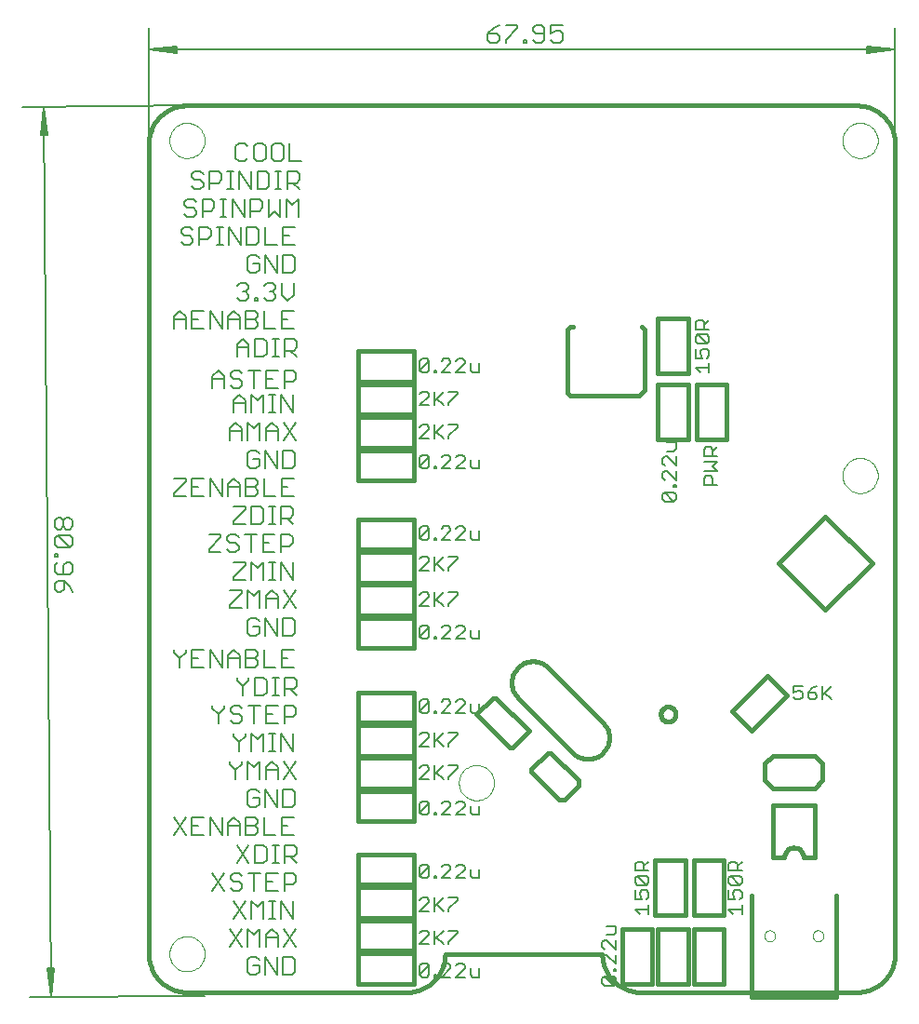
<source format=gto>
G75*
G70*
%OFA0B0*%
%FSLAX24Y24*%
%IPPOS*%
%LPD*%
%AMOC8*
5,1,8,0,0,1.08239X$1,22.5*
%
%ADD10C,0.0160*%
%ADD11C,0.0060*%
%ADD12C,0.0051*%
%ADD13C,0.0000*%
%ADD14C,0.0070*%
D10*
X004642Y002930D02*
X004642Y031925D01*
X004642Y031930D02*
X004644Y032002D01*
X004650Y032074D01*
X004659Y032145D01*
X004672Y032216D01*
X004689Y032286D01*
X004709Y032355D01*
X004733Y032423D01*
X004761Y032489D01*
X004792Y032554D01*
X004826Y032618D01*
X004864Y032679D01*
X004905Y032738D01*
X004948Y032795D01*
X004995Y032850D01*
X005045Y032902D01*
X005097Y032952D01*
X005152Y032999D01*
X005209Y033042D01*
X005268Y033083D01*
X005330Y033121D01*
X005393Y033155D01*
X005458Y033186D01*
X005524Y033214D01*
X005592Y033238D01*
X005661Y033258D01*
X005731Y033275D01*
X005802Y033288D01*
X005873Y033297D01*
X005945Y033303D01*
X006017Y033305D01*
X005892Y033305D02*
X030012Y033305D01*
X030017Y033305D02*
X030089Y033303D01*
X030161Y033297D01*
X030232Y033288D01*
X030303Y033275D01*
X030373Y033258D01*
X030442Y033238D01*
X030510Y033214D01*
X030576Y033186D01*
X030641Y033155D01*
X030705Y033121D01*
X030766Y033083D01*
X030825Y033042D01*
X030882Y032999D01*
X030937Y032952D01*
X030989Y032902D01*
X031039Y032850D01*
X031086Y032795D01*
X031129Y032738D01*
X031170Y032679D01*
X031208Y032618D01*
X031242Y032554D01*
X031273Y032489D01*
X031301Y032423D01*
X031325Y032355D01*
X031345Y032286D01*
X031362Y032216D01*
X031375Y032145D01*
X031384Y032074D01*
X031390Y032002D01*
X031392Y031930D01*
X031392Y002805D01*
X031392Y002930D02*
X031390Y002858D01*
X031384Y002786D01*
X031375Y002715D01*
X031362Y002644D01*
X031345Y002574D01*
X031325Y002505D01*
X031301Y002437D01*
X031273Y002371D01*
X031242Y002306D01*
X031208Y002243D01*
X031170Y002181D01*
X031129Y002122D01*
X031086Y002065D01*
X031039Y002010D01*
X030989Y001958D01*
X030937Y001908D01*
X030882Y001861D01*
X030825Y001818D01*
X030766Y001777D01*
X030705Y001739D01*
X030641Y001705D01*
X030576Y001674D01*
X030510Y001646D01*
X030442Y001622D01*
X030373Y001602D01*
X030303Y001585D01*
X030232Y001572D01*
X030161Y001563D01*
X030089Y001557D01*
X030017Y001555D01*
X022267Y001555D01*
X022696Y001862D02*
X021613Y001862D01*
X021613Y003831D01*
X022696Y003831D01*
X022696Y001862D01*
X022893Y001862D02*
X022893Y003831D01*
X023975Y003831D01*
X023975Y001862D01*
X022893Y001862D01*
X022267Y001555D02*
X022195Y001557D01*
X022123Y001563D01*
X022052Y001572D01*
X021981Y001585D01*
X021911Y001602D01*
X021842Y001622D01*
X021774Y001646D01*
X021708Y001674D01*
X021643Y001705D01*
X021580Y001739D01*
X021518Y001777D01*
X021459Y001818D01*
X021402Y001861D01*
X021347Y001908D01*
X021295Y001958D01*
X021245Y002010D01*
X021198Y002065D01*
X021155Y002122D01*
X021114Y002181D01*
X021076Y002243D01*
X021042Y002306D01*
X021011Y002371D01*
X020983Y002437D01*
X020959Y002505D01*
X020939Y002574D01*
X020922Y002644D01*
X020909Y002715D01*
X020900Y002786D01*
X020894Y002858D01*
X020892Y002930D01*
X015267Y002930D01*
X014133Y002945D02*
X014133Y001862D01*
X012164Y001862D01*
X012164Y002945D01*
X014133Y002945D01*
X014133Y003043D02*
X012164Y003043D01*
X012164Y004126D01*
X014133Y004126D01*
X014133Y003043D01*
X015267Y002930D02*
X015265Y002858D01*
X015259Y002786D01*
X015250Y002715D01*
X015237Y002644D01*
X015220Y002574D01*
X015200Y002505D01*
X015176Y002437D01*
X015148Y002371D01*
X015117Y002306D01*
X015083Y002243D01*
X015045Y002181D01*
X015004Y002122D01*
X014961Y002065D01*
X014914Y002010D01*
X014864Y001958D01*
X014812Y001908D01*
X014757Y001861D01*
X014700Y001818D01*
X014641Y001777D01*
X014580Y001739D01*
X014516Y001705D01*
X014451Y001674D01*
X014385Y001646D01*
X014317Y001622D01*
X014248Y001602D01*
X014178Y001585D01*
X014107Y001572D01*
X014036Y001563D01*
X013964Y001557D01*
X013892Y001555D01*
X006017Y001555D01*
X005945Y001557D01*
X005873Y001563D01*
X005802Y001572D01*
X005731Y001585D01*
X005661Y001602D01*
X005592Y001622D01*
X005524Y001646D01*
X005458Y001674D01*
X005393Y001705D01*
X005329Y001739D01*
X005268Y001777D01*
X005209Y001818D01*
X005152Y001861D01*
X005097Y001908D01*
X005045Y001958D01*
X004995Y002010D01*
X004948Y002065D01*
X004905Y002122D01*
X004864Y002181D01*
X004826Y002243D01*
X004792Y002306D01*
X004761Y002371D01*
X004733Y002437D01*
X004709Y002505D01*
X004689Y002574D01*
X004672Y002644D01*
X004659Y002715D01*
X004650Y002786D01*
X004644Y002858D01*
X004642Y002930D01*
X012164Y004225D02*
X014133Y004225D01*
X014133Y005307D01*
X012164Y005307D01*
X012164Y004225D01*
X012164Y005406D02*
X014133Y005406D01*
X014133Y006488D01*
X012164Y006488D01*
X012164Y005406D01*
X012164Y007669D02*
X014133Y007669D01*
X014133Y008752D01*
X012164Y008752D01*
X012164Y007669D01*
X012164Y008851D02*
X014133Y008851D01*
X014133Y009933D01*
X012164Y009933D01*
X012164Y008851D01*
X012164Y010032D02*
X014133Y010032D01*
X014133Y011114D01*
X012164Y011114D01*
X012164Y010032D01*
X012164Y011213D02*
X014133Y011213D01*
X014133Y012295D01*
X012164Y012295D01*
X012164Y011213D01*
X012164Y013870D02*
X014133Y013870D01*
X014133Y014953D01*
X012164Y014953D01*
X012164Y013870D01*
X012164Y015051D02*
X014133Y015051D01*
X014133Y016134D01*
X012164Y016134D01*
X012164Y015051D01*
X012164Y016232D02*
X014133Y016232D01*
X014133Y017315D01*
X012164Y017315D01*
X012164Y016232D01*
X012164Y017414D02*
X014133Y017414D01*
X014133Y018496D01*
X012164Y018496D01*
X012164Y017414D01*
X012164Y019874D02*
X014133Y019874D01*
X014133Y020957D01*
X012164Y020957D01*
X012164Y019874D01*
X012164Y021055D02*
X014133Y021055D01*
X014133Y022138D01*
X012164Y022138D01*
X012164Y021055D01*
X012164Y022236D02*
X014133Y022236D01*
X014133Y023319D01*
X012164Y023319D01*
X012164Y022236D01*
X012164Y023417D02*
X014133Y023417D01*
X014133Y024500D01*
X012164Y024500D01*
X012164Y023417D01*
X019645Y023024D02*
X019743Y022925D01*
X022204Y022925D01*
X022400Y023122D01*
X022400Y025288D01*
X022302Y025386D01*
X022893Y025681D02*
X022893Y023713D01*
X023975Y023713D01*
X023975Y025681D01*
X022893Y025681D01*
X022893Y023319D02*
X022893Y021351D01*
X023975Y021351D01*
X023975Y023319D01*
X022893Y023319D01*
X024271Y023319D02*
X024271Y021351D01*
X025353Y021351D01*
X025353Y023319D01*
X024271Y023319D01*
X019841Y025386D02*
X019743Y025386D01*
X019645Y025288D01*
X019645Y023024D01*
X027223Y016921D02*
X028897Y018595D01*
X030570Y016921D01*
X028897Y015248D01*
X027223Y016921D01*
X026830Y012886D02*
X027519Y012197D01*
X026239Y010917D01*
X025550Y011606D01*
X026830Y012886D01*
X027026Y010032D02*
X026731Y009736D01*
X026731Y009146D01*
X027026Y008851D01*
X028503Y008851D01*
X028798Y009146D01*
X028798Y009736D01*
X028503Y010032D01*
X027026Y010032D01*
X027026Y008260D02*
X028503Y008260D01*
X028503Y006390D01*
X028109Y006390D01*
X028107Y006426D01*
X028101Y006462D01*
X028092Y006496D01*
X028079Y006530D01*
X028063Y006562D01*
X028043Y006592D01*
X028021Y006620D01*
X027995Y006646D01*
X027967Y006668D01*
X027937Y006688D01*
X027905Y006704D01*
X027871Y006717D01*
X027837Y006726D01*
X027801Y006732D01*
X027765Y006734D01*
X027729Y006732D01*
X027693Y006726D01*
X027659Y006717D01*
X027625Y006704D01*
X027593Y006688D01*
X027563Y006668D01*
X027535Y006646D01*
X027509Y006620D01*
X027487Y006592D01*
X027467Y006562D01*
X027451Y006530D01*
X027438Y006496D01*
X027429Y006462D01*
X027423Y006426D01*
X027421Y006390D01*
X027420Y006390D02*
X027026Y006390D01*
X027026Y008260D01*
X025255Y006291D02*
X025255Y004323D01*
X024172Y004323D01*
X024172Y006291D01*
X025255Y006291D01*
X023877Y006291D02*
X023877Y004323D01*
X022794Y004323D01*
X022794Y006291D01*
X023877Y006291D01*
X026239Y005012D02*
X026239Y001370D01*
X029290Y001370D01*
X029290Y005012D01*
X025255Y003831D02*
X025255Y001862D01*
X024172Y001862D01*
X024172Y003831D01*
X025255Y003831D01*
X020038Y008949D02*
X020038Y009146D01*
X019054Y010130D01*
X018956Y010130D02*
X018365Y009539D01*
X018365Y009441D01*
X019349Y008457D01*
X019546Y008457D01*
X020038Y008949D01*
X019841Y010130D02*
X017873Y012099D01*
X017872Y012098D02*
X017835Y012138D01*
X017801Y012181D01*
X017770Y012226D01*
X017742Y012273D01*
X017717Y012322D01*
X017696Y012372D01*
X017679Y012424D01*
X017666Y012477D01*
X017656Y012531D01*
X017650Y012585D01*
X017648Y012640D01*
X017650Y012695D01*
X017656Y012749D01*
X017666Y012803D01*
X017679Y012856D01*
X017696Y012908D01*
X017717Y012958D01*
X017742Y013007D01*
X017770Y013054D01*
X017801Y013099D01*
X017835Y013142D01*
X017872Y013182D01*
X017912Y013219D01*
X017955Y013253D01*
X018000Y013284D01*
X018047Y013312D01*
X018096Y013337D01*
X018146Y013358D01*
X018198Y013375D01*
X018251Y013388D01*
X018305Y013398D01*
X018359Y013404D01*
X018414Y013406D01*
X018469Y013404D01*
X018523Y013398D01*
X018577Y013388D01*
X018630Y013375D01*
X018682Y013358D01*
X018732Y013337D01*
X018781Y013312D01*
X018828Y013284D01*
X018873Y013253D01*
X018916Y013219D01*
X018956Y013182D01*
X018956Y013181D02*
X020924Y011213D01*
X020925Y011213D02*
X020962Y011173D01*
X020996Y011130D01*
X021027Y011085D01*
X021055Y011038D01*
X021080Y010989D01*
X021101Y010939D01*
X021118Y010887D01*
X021131Y010834D01*
X021141Y010780D01*
X021147Y010726D01*
X021149Y010671D01*
X021147Y010616D01*
X021141Y010562D01*
X021131Y010508D01*
X021118Y010455D01*
X021101Y010403D01*
X021080Y010353D01*
X021055Y010304D01*
X021027Y010257D01*
X020996Y010212D01*
X020962Y010169D01*
X020925Y010129D01*
X020885Y010092D01*
X020842Y010058D01*
X020797Y010027D01*
X020750Y009999D01*
X020701Y009974D01*
X020651Y009953D01*
X020599Y009936D01*
X020546Y009923D01*
X020492Y009913D01*
X020438Y009907D01*
X020383Y009905D01*
X020328Y009907D01*
X020274Y009913D01*
X020220Y009923D01*
X020167Y009936D01*
X020115Y009953D01*
X020065Y009974D01*
X020016Y009999D01*
X019969Y010027D01*
X019924Y010058D01*
X019881Y010092D01*
X019841Y010129D01*
X018267Y010917D02*
X017086Y012099D01*
X016987Y012099D01*
X016397Y011508D01*
X017578Y010327D01*
X017676Y010327D01*
X018267Y010917D01*
X022992Y011510D02*
X022994Y011542D01*
X023000Y011574D01*
X023009Y011605D01*
X023023Y011635D01*
X023039Y011662D01*
X023059Y011688D01*
X023082Y011711D01*
X023108Y011731D01*
X023135Y011747D01*
X023165Y011761D01*
X023196Y011770D01*
X023228Y011776D01*
X023260Y011778D01*
X023292Y011776D01*
X023324Y011770D01*
X023355Y011761D01*
X023385Y011747D01*
X023412Y011731D01*
X023438Y011711D01*
X023461Y011688D01*
X023481Y011662D01*
X023497Y011635D01*
X023511Y011605D01*
X023520Y011574D01*
X023526Y011542D01*
X023528Y011510D01*
X023526Y011478D01*
X023520Y011446D01*
X023511Y011415D01*
X023497Y011385D01*
X023481Y011358D01*
X023461Y011332D01*
X023438Y011309D01*
X023412Y011289D01*
X023385Y011273D01*
X023355Y011259D01*
X023324Y011250D01*
X023292Y011244D01*
X023260Y011242D01*
X023228Y011244D01*
X023196Y011250D01*
X023165Y011259D01*
X023135Y011273D01*
X023108Y011289D01*
X023082Y011309D01*
X023059Y011332D01*
X023039Y011358D01*
X023023Y011385D01*
X023009Y011415D01*
X023000Y011446D01*
X022994Y011478D01*
X022992Y011510D01*
D11*
X009930Y011508D02*
X009823Y011401D01*
X009503Y011401D01*
X009503Y011188D02*
X009503Y011828D01*
X009823Y011828D01*
X009930Y011722D01*
X009930Y011508D01*
X009946Y012188D02*
X009732Y012401D01*
X009839Y012401D02*
X009519Y012401D01*
X009519Y012188D02*
X009519Y012828D01*
X009839Y012828D01*
X009946Y012722D01*
X009946Y012508D01*
X009839Y012401D01*
X009302Y012188D02*
X009089Y012188D01*
X009196Y012188D02*
X009196Y012828D01*
X009302Y012828D02*
X009089Y012828D01*
X008871Y012722D02*
X008765Y012828D01*
X008444Y012828D01*
X008444Y012188D01*
X008765Y012188D01*
X008871Y012295D01*
X008871Y012722D01*
X008772Y013188D02*
X009199Y013188D01*
X009417Y013188D02*
X009417Y013828D01*
X009844Y013828D01*
X009631Y013508D02*
X009417Y013508D01*
X009417Y013188D02*
X009844Y013188D01*
X008772Y013188D02*
X008772Y013828D01*
X008555Y013722D02*
X008555Y013615D01*
X008448Y013508D01*
X008128Y013508D01*
X007910Y013508D02*
X007483Y013508D01*
X007483Y013615D02*
X007483Y013188D01*
X007266Y013188D02*
X007266Y013828D01*
X007483Y013615D02*
X007697Y013828D01*
X007910Y013615D01*
X007910Y013188D01*
X008128Y013188D02*
X008128Y013828D01*
X008448Y013828D01*
X008555Y013722D01*
X008448Y013508D02*
X008555Y013401D01*
X008555Y013295D01*
X008448Y013188D01*
X008128Y013188D01*
X008227Y012828D02*
X008227Y012722D01*
X008013Y012508D01*
X008013Y012188D01*
X008013Y012508D02*
X007800Y012722D01*
X007800Y012828D01*
X007266Y013188D02*
X006839Y013828D01*
X006839Y013188D01*
X006621Y013188D02*
X006194Y013188D01*
X006194Y013828D01*
X006621Y013828D01*
X006408Y013508D02*
X006194Y013508D01*
X005977Y013722D02*
X005977Y013828D01*
X005977Y013722D02*
X005763Y013508D01*
X005763Y013188D01*
X005763Y013508D02*
X005550Y013722D01*
X005550Y013828D01*
X006925Y011828D02*
X006925Y011722D01*
X007138Y011508D01*
X007138Y011188D01*
X007138Y011508D02*
X007352Y011722D01*
X007352Y011828D01*
X007569Y011722D02*
X007569Y011615D01*
X007676Y011508D01*
X007890Y011508D01*
X007996Y011401D01*
X007996Y011295D01*
X007890Y011188D01*
X007676Y011188D01*
X007569Y011295D01*
X007675Y010828D02*
X007675Y010722D01*
X007888Y010508D01*
X007888Y010188D01*
X007888Y010508D02*
X008102Y010722D01*
X008102Y010828D01*
X008319Y010828D02*
X008533Y010615D01*
X008746Y010828D01*
X008746Y010188D01*
X008964Y010188D02*
X009177Y010188D01*
X009071Y010188D02*
X009071Y010828D01*
X009177Y010828D02*
X008964Y010828D01*
X008858Y011188D02*
X009285Y011188D01*
X009394Y010828D02*
X009821Y010188D01*
X009821Y010828D01*
X009394Y010828D02*
X009394Y010188D01*
X009483Y009828D02*
X009910Y009188D01*
X009784Y008828D02*
X009464Y008828D01*
X009464Y008188D01*
X009784Y008188D01*
X009891Y008295D01*
X009891Y008722D01*
X009784Y008828D01*
X009483Y009188D02*
X009910Y009828D01*
X009266Y009615D02*
X009266Y009188D01*
X009266Y009508D02*
X008839Y009508D01*
X008839Y009615D02*
X009052Y009828D01*
X009266Y009615D01*
X008839Y009615D02*
X008839Y009188D01*
X008621Y009188D02*
X008621Y009828D01*
X008408Y009615D01*
X008194Y009828D01*
X008194Y009188D01*
X008281Y008828D02*
X008175Y008722D01*
X008175Y008295D01*
X008281Y008188D01*
X008495Y008188D01*
X008602Y008295D01*
X008602Y008508D01*
X008388Y008508D01*
X008602Y008722D02*
X008495Y008828D01*
X008281Y008828D01*
X007763Y009188D02*
X007763Y009508D01*
X007977Y009722D01*
X007977Y009828D01*
X007763Y009508D02*
X007550Y009722D01*
X007550Y009828D01*
X008319Y010188D02*
X008319Y010828D01*
X008427Y011188D02*
X008427Y011828D01*
X008214Y011828D02*
X008641Y011828D01*
X008858Y011828D02*
X008858Y011188D01*
X008858Y011508D02*
X009072Y011508D01*
X009285Y011828D02*
X008858Y011828D01*
X007996Y011722D02*
X007890Y011828D01*
X007676Y011828D01*
X007569Y011722D01*
X008281Y014313D02*
X008495Y014313D01*
X008602Y014420D01*
X008602Y014633D01*
X008388Y014633D01*
X008175Y014420D02*
X008281Y014313D01*
X008175Y014420D02*
X008175Y014847D01*
X008281Y014953D01*
X008495Y014953D01*
X008602Y014847D01*
X008819Y014953D02*
X008819Y014313D01*
X009246Y014313D02*
X008819Y014953D01*
X008839Y015313D02*
X008839Y015740D01*
X009052Y015953D01*
X009266Y015740D01*
X009266Y015313D01*
X009483Y015313D02*
X009910Y015953D01*
X009821Y016313D02*
X009821Y016953D01*
X009394Y016953D02*
X009821Y016313D01*
X009394Y016313D02*
X009394Y016953D01*
X009177Y016953D02*
X008964Y016953D01*
X009071Y016953D02*
X009071Y016313D01*
X009177Y016313D02*
X008964Y016313D01*
X008746Y016313D02*
X008746Y016953D01*
X008533Y016740D01*
X008319Y016953D01*
X008319Y016313D01*
X008102Y016313D02*
X007675Y016313D01*
X007675Y016420D01*
X008102Y016847D01*
X008102Y016953D01*
X007675Y016953D01*
X007765Y017313D02*
X007551Y017313D01*
X007444Y017420D01*
X007551Y017633D02*
X007765Y017633D01*
X007871Y017526D01*
X007871Y017420D01*
X007765Y017313D01*
X007551Y017633D02*
X007444Y017740D01*
X007444Y017847D01*
X007551Y017953D01*
X007765Y017953D01*
X007871Y017847D01*
X008089Y017953D02*
X008516Y017953D01*
X008302Y017953D02*
X008302Y017313D01*
X008733Y017313D02*
X009160Y017313D01*
X009378Y017313D02*
X009378Y017953D01*
X009698Y017953D01*
X009805Y017847D01*
X009805Y017633D01*
X009698Y017526D01*
X009378Y017526D01*
X008947Y017633D02*
X008733Y017633D01*
X008733Y017953D02*
X008733Y017313D01*
X008733Y017953D02*
X009160Y017953D01*
X009177Y018313D02*
X008964Y018313D01*
X009071Y018313D02*
X009071Y018953D01*
X009177Y018953D02*
X008964Y018953D01*
X008746Y018847D02*
X008640Y018953D01*
X008319Y018953D01*
X008319Y018313D01*
X008640Y018313D01*
X008746Y018420D01*
X008746Y018847D01*
X008772Y019313D02*
X009199Y019313D01*
X009417Y019313D02*
X009844Y019313D01*
X009714Y018953D02*
X009394Y018953D01*
X009394Y018313D01*
X009394Y018526D02*
X009714Y018526D01*
X009821Y018633D01*
X009821Y018847D01*
X009714Y018953D01*
X009607Y018526D02*
X009821Y018313D01*
X009417Y019313D02*
X009417Y019953D01*
X009844Y019953D01*
X009784Y020313D02*
X009464Y020313D01*
X009464Y020953D01*
X009784Y020953D01*
X009891Y020847D01*
X009891Y020420D01*
X009784Y020313D01*
X009246Y020313D02*
X009246Y020953D01*
X009266Y021313D02*
X009266Y021740D01*
X009052Y021953D01*
X008839Y021740D01*
X008839Y021313D01*
X008621Y021313D02*
X008621Y021953D01*
X008408Y021740D01*
X008194Y021953D01*
X008194Y021313D01*
X007977Y021313D02*
X007977Y021740D01*
X007763Y021953D01*
X007550Y021740D01*
X007550Y021313D01*
X007550Y021633D02*
X007977Y021633D01*
X008102Y022313D02*
X008102Y022740D01*
X007888Y022953D01*
X007675Y022740D01*
X007675Y022313D01*
X007675Y022633D02*
X008102Y022633D01*
X008319Y022313D02*
X008319Y022953D01*
X008533Y022740D01*
X008746Y022953D01*
X008746Y022313D01*
X008964Y022313D02*
X009177Y022313D01*
X009071Y022313D02*
X009071Y022953D01*
X009177Y022953D02*
X008964Y022953D01*
X008858Y023188D02*
X009285Y023188D01*
X009503Y023188D02*
X009503Y023828D01*
X009823Y023828D01*
X009930Y023722D01*
X009930Y023508D01*
X009823Y023401D01*
X009503Y023401D01*
X009072Y023508D02*
X008858Y023508D01*
X008858Y023828D02*
X008858Y023188D01*
X008427Y023188D02*
X008427Y023828D01*
X008214Y023828D02*
X008641Y023828D01*
X008858Y023828D02*
X009285Y023828D01*
X009302Y024313D02*
X009089Y024313D01*
X009196Y024313D02*
X009196Y024953D01*
X009302Y024953D02*
X009089Y024953D01*
X008871Y024847D02*
X008765Y024953D01*
X008444Y024953D01*
X008444Y024313D01*
X008765Y024313D01*
X008871Y024420D01*
X008871Y024847D01*
X008772Y025313D02*
X009199Y025313D01*
X009417Y025313D02*
X009417Y025953D01*
X009844Y025953D01*
X009631Y025633D02*
X009417Y025633D01*
X009417Y025313D02*
X009844Y025313D01*
X009839Y024953D02*
X009519Y024953D01*
X009519Y024313D01*
X009519Y024526D02*
X009839Y024526D01*
X009946Y024633D01*
X009946Y024847D01*
X009839Y024953D01*
X009732Y024526D02*
X009946Y024313D01*
X008772Y025313D02*
X008772Y025953D01*
X008555Y025847D02*
X008555Y025740D01*
X008448Y025633D01*
X008128Y025633D01*
X007910Y025633D02*
X007483Y025633D01*
X007483Y025740D02*
X007697Y025953D01*
X007910Y025740D01*
X007910Y025313D01*
X008128Y025313D02*
X008128Y025953D01*
X008448Y025953D01*
X008555Y025847D01*
X008448Y025633D02*
X008555Y025526D01*
X008555Y025420D01*
X008448Y025313D01*
X008128Y025313D01*
X008013Y024953D02*
X008227Y024740D01*
X008227Y024313D01*
X008227Y024633D02*
X007800Y024633D01*
X007800Y024740D02*
X008013Y024953D01*
X007800Y024740D02*
X007800Y024313D01*
X007890Y023828D02*
X007676Y023828D01*
X007569Y023722D01*
X007569Y023615D01*
X007676Y023508D01*
X007890Y023508D01*
X007996Y023401D01*
X007996Y023295D01*
X007890Y023188D01*
X007676Y023188D01*
X007569Y023295D01*
X007352Y023188D02*
X007352Y023615D01*
X007138Y023828D01*
X006925Y023615D01*
X006925Y023188D01*
X006925Y023508D02*
X007352Y023508D01*
X007890Y023828D02*
X007996Y023722D01*
X009394Y022953D02*
X009394Y022313D01*
X009483Y021953D02*
X009910Y021313D01*
X009483Y021313D02*
X009910Y021953D01*
X009821Y022313D02*
X009821Y022953D01*
X009394Y022953D02*
X009821Y022313D01*
X009266Y021633D02*
X008839Y021633D01*
X008819Y020953D02*
X009246Y020313D01*
X008819Y020313D02*
X008819Y020953D01*
X008602Y020847D02*
X008495Y020953D01*
X008281Y020953D01*
X008175Y020847D01*
X008175Y020420D01*
X008281Y020313D01*
X008495Y020313D01*
X008602Y020420D01*
X008602Y020633D01*
X008388Y020633D01*
X008448Y019953D02*
X008128Y019953D01*
X008128Y019313D01*
X008448Y019313D01*
X008555Y019420D01*
X008555Y019526D01*
X008448Y019633D01*
X008128Y019633D01*
X007910Y019633D02*
X007483Y019633D01*
X007483Y019740D02*
X007697Y019953D01*
X007910Y019740D01*
X007910Y019313D01*
X008102Y018953D02*
X007675Y018953D01*
X007483Y019313D02*
X007483Y019740D01*
X007266Y019953D02*
X007266Y019313D01*
X006839Y019953D01*
X006839Y019313D01*
X006621Y019313D02*
X006194Y019313D01*
X006194Y019953D01*
X006621Y019953D01*
X006408Y019633D02*
X006194Y019633D01*
X005977Y019847D02*
X005550Y019420D01*
X005550Y019313D01*
X005977Y019313D01*
X005977Y019847D02*
X005977Y019953D01*
X005550Y019953D01*
X006800Y017953D02*
X007227Y017953D01*
X007227Y017847D01*
X006800Y017420D01*
X006800Y017313D01*
X007227Y017313D01*
X007675Y018313D02*
X008102Y018313D01*
X007675Y018313D02*
X007675Y018420D01*
X008102Y018847D01*
X008102Y018953D01*
X008772Y019313D02*
X008772Y019953D01*
X008555Y019847D02*
X008555Y019740D01*
X008448Y019633D01*
X008555Y019847D02*
X008448Y019953D01*
X009417Y019633D02*
X009631Y019633D01*
X009483Y015953D02*
X009910Y015313D01*
X009784Y014953D02*
X009464Y014953D01*
X009464Y014313D01*
X009784Y014313D01*
X009891Y014420D01*
X009891Y014847D01*
X009784Y014953D01*
X009246Y014953D02*
X009246Y014313D01*
X008621Y015313D02*
X008621Y015953D01*
X008408Y015740D01*
X008194Y015953D01*
X008194Y015313D01*
X007977Y015313D02*
X007550Y015313D01*
X007550Y015420D01*
X007977Y015847D01*
X007977Y015953D01*
X007550Y015953D01*
X008839Y015633D02*
X009266Y015633D01*
X009246Y008828D02*
X009246Y008188D01*
X008819Y008828D01*
X008819Y008188D01*
X008772Y007828D02*
X008772Y007188D01*
X009199Y007188D01*
X009417Y007188D02*
X009844Y007188D01*
X009839Y006828D02*
X009519Y006828D01*
X009519Y006188D01*
X009519Y006401D02*
X009839Y006401D01*
X009946Y006508D01*
X009946Y006722D01*
X009839Y006828D01*
X009732Y006401D02*
X009946Y006188D01*
X009823Y005828D02*
X009503Y005828D01*
X009503Y005188D01*
X009503Y005401D02*
X009823Y005401D01*
X009930Y005508D01*
X009930Y005722D01*
X009823Y005828D01*
X009285Y005828D02*
X008858Y005828D01*
X008858Y005188D01*
X009285Y005188D01*
X009177Y004828D02*
X008964Y004828D01*
X009071Y004828D02*
X009071Y004188D01*
X009177Y004188D02*
X008964Y004188D01*
X008746Y004188D02*
X008746Y004828D01*
X008533Y004615D01*
X008319Y004828D01*
X008319Y004188D01*
X008102Y004188D02*
X007675Y004828D01*
X007676Y005188D02*
X007569Y005295D01*
X007676Y005188D02*
X007890Y005188D01*
X007996Y005295D01*
X007996Y005401D01*
X007890Y005508D01*
X007676Y005508D01*
X007569Y005615D01*
X007569Y005722D01*
X007676Y005828D01*
X007890Y005828D01*
X007996Y005722D01*
X008214Y005828D02*
X008641Y005828D01*
X008427Y005828D02*
X008427Y005188D01*
X008102Y004828D02*
X007675Y004188D01*
X007550Y003828D02*
X007977Y003188D01*
X008194Y003188D02*
X008194Y003828D01*
X008408Y003615D01*
X008621Y003828D01*
X008621Y003188D01*
X008839Y003188D02*
X008839Y003615D01*
X009052Y003828D01*
X009266Y003615D01*
X009266Y003188D01*
X009483Y003188D02*
X009910Y003828D01*
X009821Y004188D02*
X009821Y004828D01*
X009394Y004828D02*
X009821Y004188D01*
X009394Y004188D02*
X009394Y004828D01*
X009072Y005508D02*
X008858Y005508D01*
X008765Y006188D02*
X008444Y006188D01*
X008444Y006828D01*
X008765Y006828D01*
X008871Y006722D01*
X008871Y006295D01*
X008765Y006188D01*
X009089Y006188D02*
X009302Y006188D01*
X009196Y006188D02*
X009196Y006828D01*
X009302Y006828D02*
X009089Y006828D01*
X009417Y007188D02*
X009417Y007828D01*
X009844Y007828D01*
X009631Y007508D02*
X009417Y007508D01*
X008555Y007401D02*
X008555Y007295D01*
X008448Y007188D01*
X008128Y007188D01*
X008128Y007828D01*
X008448Y007828D01*
X008555Y007722D01*
X008555Y007615D01*
X008448Y007508D01*
X008128Y007508D01*
X007910Y007508D02*
X007483Y007508D01*
X007483Y007615D02*
X007697Y007828D01*
X007910Y007615D01*
X007910Y007188D01*
X007800Y006828D02*
X008227Y006188D01*
X007800Y006188D02*
X008227Y006828D01*
X008555Y007401D02*
X008448Y007508D01*
X007483Y007615D02*
X007483Y007188D01*
X007266Y007188D02*
X007266Y007828D01*
X006839Y007828D02*
X006839Y007188D01*
X006621Y007188D02*
X006194Y007188D01*
X006194Y007828D01*
X006621Y007828D01*
X006839Y007828D02*
X007266Y007188D01*
X006408Y007508D02*
X006194Y007508D01*
X005977Y007188D02*
X005550Y007828D01*
X005977Y007828D02*
X005550Y007188D01*
X006925Y005828D02*
X007352Y005188D01*
X006925Y005188D02*
X007352Y005828D01*
X007977Y003828D02*
X007550Y003188D01*
X008175Y002722D02*
X008175Y002295D01*
X008281Y002188D01*
X008495Y002188D01*
X008602Y002295D01*
X008602Y002508D01*
X008388Y002508D01*
X008175Y002722D02*
X008281Y002828D01*
X008495Y002828D01*
X008602Y002722D01*
X008819Y002828D02*
X009246Y002188D01*
X009246Y002828D01*
X009464Y002828D02*
X009784Y002828D01*
X009891Y002722D01*
X009891Y002295D01*
X009784Y002188D01*
X009464Y002188D01*
X009464Y002828D01*
X009910Y003188D02*
X009483Y003828D01*
X009266Y003508D02*
X008839Y003508D01*
X008819Y002828D02*
X008819Y002188D01*
X001924Y015874D02*
X001816Y016087D01*
X001601Y016299D01*
X001603Y015979D01*
X001497Y015871D01*
X001390Y015870D01*
X001283Y015976D01*
X001281Y016190D01*
X001387Y016297D01*
X001601Y016299D01*
X001599Y016516D02*
X001597Y016837D01*
X001703Y016944D01*
X001810Y016945D01*
X001917Y016839D01*
X001919Y016625D01*
X001813Y016518D01*
X001386Y016515D01*
X001278Y016621D01*
X001277Y016835D01*
X001383Y016942D01*
X001381Y017158D02*
X001381Y017264D01*
X001274Y017264D01*
X001275Y017157D01*
X001381Y017158D01*
X001379Y017482D02*
X001272Y017588D01*
X001270Y017801D01*
X001376Y017909D01*
X001806Y017485D01*
X001379Y017482D01*
X001376Y017909D02*
X001803Y017912D01*
X001911Y017806D01*
X001912Y017592D01*
X001806Y017485D01*
X001802Y018129D02*
X001695Y018129D01*
X001587Y018235D01*
X001586Y018448D01*
X001692Y018556D01*
X001799Y018556D01*
X001906Y018450D01*
X001908Y018237D01*
X001802Y018129D01*
X001587Y018235D02*
X001481Y018127D01*
X001375Y018126D01*
X001267Y018232D01*
X001266Y018446D01*
X001372Y018553D01*
X001478Y018554D01*
X001586Y018448D01*
X005550Y025313D02*
X005550Y025740D01*
X005763Y025953D01*
X005977Y025740D01*
X005977Y025313D01*
X006194Y025313D02*
X006621Y025313D01*
X006839Y025313D02*
X006839Y025953D01*
X007266Y025313D01*
X007266Y025953D01*
X007483Y025740D02*
X007483Y025313D01*
X006621Y025953D02*
X006194Y025953D01*
X006194Y025313D01*
X006194Y025633D02*
X006408Y025633D01*
X005977Y025633D02*
X005550Y025633D01*
X007800Y026420D02*
X007906Y026313D01*
X008120Y026313D01*
X008227Y026420D01*
X008227Y026526D01*
X008120Y026633D01*
X008013Y026633D01*
X008120Y026633D02*
X008227Y026740D01*
X008227Y026847D01*
X008120Y026953D01*
X007906Y026953D01*
X007800Y026847D01*
X008281Y027313D02*
X008495Y027313D01*
X008602Y027420D01*
X008602Y027633D01*
X008388Y027633D01*
X008175Y027420D02*
X008281Y027313D01*
X008175Y027420D02*
X008175Y027847D01*
X008281Y027953D01*
X008495Y027953D01*
X008602Y027847D01*
X008819Y027953D02*
X009246Y027313D01*
X009246Y027953D01*
X009464Y027953D02*
X009784Y027953D01*
X009891Y027847D01*
X009891Y027420D01*
X009784Y027313D01*
X009464Y027313D01*
X009464Y027953D01*
X009452Y028313D02*
X009879Y028313D01*
X009666Y028633D02*
X009452Y028633D01*
X009452Y028953D02*
X009452Y028313D01*
X009235Y028313D02*
X008808Y028313D01*
X008808Y028953D01*
X008590Y028847D02*
X008483Y028953D01*
X008163Y028953D01*
X008163Y028313D01*
X008483Y028313D01*
X008590Y028420D01*
X008590Y028847D01*
X008288Y029313D02*
X008288Y029953D01*
X008608Y029953D01*
X008715Y029847D01*
X008715Y029633D01*
X008608Y029526D01*
X008288Y029526D01*
X008071Y029313D02*
X008071Y029953D01*
X007894Y030313D02*
X007894Y030953D01*
X008321Y030313D01*
X008321Y030953D01*
X008538Y030953D02*
X008858Y030953D01*
X008965Y030847D01*
X008965Y030420D01*
X008858Y030313D01*
X008538Y030313D01*
X008538Y030953D01*
X008515Y031313D02*
X008728Y031313D01*
X008835Y031420D01*
X008835Y031847D01*
X008728Y031953D01*
X008515Y031953D01*
X008408Y031847D01*
X008408Y031420D01*
X008515Y031313D01*
X008191Y031420D02*
X008084Y031313D01*
X007870Y031313D01*
X007764Y031420D01*
X007764Y031847D01*
X007870Y031953D01*
X008084Y031953D01*
X008191Y031847D01*
X009053Y031847D02*
X009053Y031420D01*
X009159Y031313D01*
X009373Y031313D01*
X009480Y031420D01*
X009480Y031847D01*
X009373Y031953D01*
X009159Y031953D01*
X009053Y031847D01*
X009697Y031953D02*
X009697Y031313D01*
X010124Y031313D01*
X009933Y030953D02*
X010039Y030847D01*
X010039Y030633D01*
X009933Y030526D01*
X009612Y030526D01*
X009612Y030313D02*
X009612Y030953D01*
X009933Y030953D01*
X009826Y030526D02*
X010039Y030313D01*
X010004Y029953D02*
X010004Y029313D01*
X009879Y028953D02*
X009452Y028953D01*
X009360Y029313D02*
X009146Y029526D01*
X008933Y029313D01*
X008933Y029953D01*
X009183Y030313D02*
X009396Y030313D01*
X009289Y030313D02*
X009289Y030953D01*
X009183Y030953D02*
X009396Y030953D01*
X009360Y029953D02*
X009360Y029313D01*
X009577Y029313D02*
X009577Y029953D01*
X009791Y029740D01*
X010004Y029953D01*
X008071Y029313D02*
X007644Y029953D01*
X007644Y029313D01*
X007427Y029313D02*
X007214Y029313D01*
X007321Y029313D02*
X007321Y029953D01*
X007427Y029953D02*
X007214Y029953D01*
X006996Y029847D02*
X006996Y029633D01*
X006890Y029526D01*
X006569Y029526D01*
X006569Y029313D02*
X006569Y029953D01*
X006890Y029953D01*
X006996Y029847D01*
X006819Y030313D02*
X006819Y030953D01*
X007140Y030953D01*
X007246Y030847D01*
X007246Y030633D01*
X007140Y030526D01*
X006819Y030526D01*
X006602Y030526D02*
X006602Y030420D01*
X006495Y030313D01*
X006281Y030313D01*
X006175Y030420D01*
X006281Y030633D02*
X006175Y030740D01*
X006175Y030847D01*
X006281Y030953D01*
X006495Y030953D01*
X006602Y030847D01*
X006495Y030633D02*
X006602Y030526D01*
X006495Y030633D02*
X006281Y030633D01*
X006245Y029953D02*
X006031Y029953D01*
X005925Y029847D01*
X005925Y029740D01*
X006031Y029633D01*
X006245Y029633D01*
X006352Y029526D01*
X006352Y029420D01*
X006245Y029313D01*
X006031Y029313D01*
X005925Y029420D01*
X005906Y028953D02*
X005800Y028847D01*
X005800Y028740D01*
X005906Y028633D01*
X006120Y028633D01*
X006227Y028526D01*
X006227Y028420D01*
X006120Y028313D01*
X005906Y028313D01*
X005800Y028420D01*
X005906Y028953D02*
X006120Y028953D01*
X006227Y028847D01*
X006444Y028953D02*
X006444Y028313D01*
X006444Y028526D02*
X006765Y028526D01*
X006871Y028633D01*
X006871Y028847D01*
X006765Y028953D01*
X006444Y028953D01*
X007089Y028953D02*
X007302Y028953D01*
X007196Y028953D02*
X007196Y028313D01*
X007302Y028313D02*
X007089Y028313D01*
X007519Y028313D02*
X007519Y028953D01*
X007946Y028313D01*
X007946Y028953D01*
X008819Y027953D02*
X008819Y027313D01*
X008873Y026953D02*
X009087Y026953D01*
X009194Y026847D01*
X009194Y026740D01*
X009087Y026633D01*
X009194Y026526D01*
X009194Y026420D01*
X009087Y026313D01*
X008873Y026313D01*
X008767Y026420D01*
X008551Y026420D02*
X008551Y026313D01*
X008444Y026313D01*
X008444Y026420D01*
X008551Y026420D01*
X008767Y026847D02*
X008873Y026953D01*
X008980Y026633D02*
X009087Y026633D01*
X009411Y026526D02*
X009625Y026313D01*
X009838Y026526D01*
X009838Y026953D01*
X009411Y026953D02*
X009411Y026526D01*
X006352Y029847D02*
X006245Y029953D01*
X007464Y030313D02*
X007677Y030313D01*
X007571Y030313D02*
X007571Y030953D01*
X007677Y030953D02*
X007464Y030953D01*
X016790Y035665D02*
X016897Y035559D01*
X017110Y035559D01*
X017217Y035665D01*
X017217Y035772D01*
X017110Y035879D01*
X016790Y035879D01*
X016790Y035665D01*
X016790Y035879D02*
X017004Y036092D01*
X017217Y036199D01*
X017435Y036199D02*
X017862Y036199D01*
X017862Y036092D01*
X017435Y035665D01*
X017435Y035559D01*
X018079Y035559D02*
X018186Y035559D01*
X018186Y035665D01*
X018079Y035665D01*
X018079Y035559D01*
X018401Y035665D02*
X018508Y035559D01*
X018722Y035559D01*
X018828Y035665D01*
X018828Y036092D01*
X018722Y036199D01*
X018508Y036199D01*
X018401Y036092D01*
X018401Y035986D01*
X018508Y035879D01*
X018828Y035879D01*
X019046Y035879D02*
X019046Y036199D01*
X019473Y036199D01*
X019366Y035986D02*
X019259Y035986D01*
X019046Y035879D01*
X019046Y035665D02*
X019153Y035559D01*
X019366Y035559D01*
X019473Y035665D01*
X019473Y035879D01*
X019366Y035986D01*
D12*
X006642Y001430D02*
X000376Y001381D01*
X001143Y001387D02*
X001033Y002410D01*
X001010Y002409D02*
X001143Y001387D01*
X001238Y002411D01*
X001261Y002411D02*
X001010Y002409D01*
X001084Y002410D02*
X001143Y001387D01*
X001186Y002411D01*
X001261Y002411D02*
X001143Y001387D01*
X000893Y033262D01*
X000799Y032237D01*
X000776Y032237D02*
X000893Y033262D01*
X001004Y032239D01*
X001027Y032239D02*
X000776Y032237D01*
X000850Y032238D02*
X000893Y033262D01*
X000952Y032239D01*
X001027Y032239D02*
X000893Y033262D01*
X000126Y033256D02*
X006392Y033305D01*
X005665Y035175D02*
X004641Y035300D01*
X005665Y035198D01*
X005665Y035175D02*
X005665Y035426D01*
X004641Y035300D01*
X005665Y035403D01*
X005665Y035352D02*
X004641Y035300D01*
X005665Y035249D01*
X004641Y035300D02*
X031391Y035305D01*
X030368Y035203D01*
X030368Y035179D02*
X031391Y035305D01*
X030368Y035407D01*
X030368Y035431D02*
X030368Y035179D01*
X030368Y035254D02*
X031391Y035305D01*
X030368Y035356D01*
X030368Y035431D02*
X031391Y035305D01*
X031391Y036073D02*
X031392Y031930D01*
X004642Y031925D02*
X004641Y036068D01*
D13*
X005387Y032055D02*
X005389Y032105D01*
X005395Y032155D01*
X005405Y032204D01*
X005419Y032252D01*
X005436Y032299D01*
X005457Y032344D01*
X005482Y032388D01*
X005510Y032429D01*
X005542Y032468D01*
X005576Y032505D01*
X005613Y032539D01*
X005653Y032569D01*
X005695Y032596D01*
X005739Y032620D01*
X005785Y032641D01*
X005832Y032657D01*
X005880Y032670D01*
X005930Y032679D01*
X005979Y032684D01*
X006030Y032685D01*
X006080Y032682D01*
X006129Y032675D01*
X006178Y032664D01*
X006226Y032649D01*
X006272Y032631D01*
X006317Y032609D01*
X006360Y032583D01*
X006401Y032554D01*
X006440Y032522D01*
X006476Y032487D01*
X006508Y032449D01*
X006538Y032409D01*
X006565Y032366D01*
X006588Y032322D01*
X006607Y032276D01*
X006623Y032228D01*
X006635Y032179D01*
X006643Y032130D01*
X006647Y032080D01*
X006647Y032030D01*
X006643Y031980D01*
X006635Y031931D01*
X006623Y031882D01*
X006607Y031834D01*
X006588Y031788D01*
X006565Y031744D01*
X006538Y031701D01*
X006508Y031661D01*
X006476Y031623D01*
X006440Y031588D01*
X006401Y031556D01*
X006360Y031527D01*
X006317Y031501D01*
X006272Y031479D01*
X006226Y031461D01*
X006178Y031446D01*
X006129Y031435D01*
X006080Y031428D01*
X006030Y031425D01*
X005979Y031426D01*
X005930Y031431D01*
X005880Y031440D01*
X005832Y031453D01*
X005785Y031469D01*
X005739Y031490D01*
X005695Y031514D01*
X005653Y031541D01*
X005613Y031571D01*
X005576Y031605D01*
X005542Y031642D01*
X005510Y031681D01*
X005482Y031722D01*
X005457Y031766D01*
X005436Y031811D01*
X005419Y031858D01*
X005405Y031906D01*
X005395Y031955D01*
X005389Y032005D01*
X005387Y032055D01*
X015762Y009055D02*
X015764Y009105D01*
X015770Y009155D01*
X015780Y009204D01*
X015794Y009252D01*
X015811Y009299D01*
X015832Y009344D01*
X015857Y009388D01*
X015885Y009429D01*
X015917Y009468D01*
X015951Y009505D01*
X015988Y009539D01*
X016028Y009569D01*
X016070Y009596D01*
X016114Y009620D01*
X016160Y009641D01*
X016207Y009657D01*
X016255Y009670D01*
X016305Y009679D01*
X016354Y009684D01*
X016405Y009685D01*
X016455Y009682D01*
X016504Y009675D01*
X016553Y009664D01*
X016601Y009649D01*
X016647Y009631D01*
X016692Y009609D01*
X016735Y009583D01*
X016776Y009554D01*
X016815Y009522D01*
X016851Y009487D01*
X016883Y009449D01*
X016913Y009409D01*
X016940Y009366D01*
X016963Y009322D01*
X016982Y009276D01*
X016998Y009228D01*
X017010Y009179D01*
X017018Y009130D01*
X017022Y009080D01*
X017022Y009030D01*
X017018Y008980D01*
X017010Y008931D01*
X016998Y008882D01*
X016982Y008834D01*
X016963Y008788D01*
X016940Y008744D01*
X016913Y008701D01*
X016883Y008661D01*
X016851Y008623D01*
X016815Y008588D01*
X016776Y008556D01*
X016735Y008527D01*
X016692Y008501D01*
X016647Y008479D01*
X016601Y008461D01*
X016553Y008446D01*
X016504Y008435D01*
X016455Y008428D01*
X016405Y008425D01*
X016354Y008426D01*
X016305Y008431D01*
X016255Y008440D01*
X016207Y008453D01*
X016160Y008469D01*
X016114Y008490D01*
X016070Y008514D01*
X016028Y008541D01*
X015988Y008571D01*
X015951Y008605D01*
X015917Y008642D01*
X015885Y008681D01*
X015857Y008722D01*
X015832Y008766D01*
X015811Y008811D01*
X015794Y008858D01*
X015780Y008906D01*
X015770Y008955D01*
X015764Y009005D01*
X015762Y009055D01*
X005387Y002930D02*
X005389Y002980D01*
X005395Y003030D01*
X005405Y003079D01*
X005419Y003127D01*
X005436Y003174D01*
X005457Y003219D01*
X005482Y003263D01*
X005510Y003304D01*
X005542Y003343D01*
X005576Y003380D01*
X005613Y003414D01*
X005653Y003444D01*
X005695Y003471D01*
X005739Y003495D01*
X005785Y003516D01*
X005832Y003532D01*
X005880Y003545D01*
X005930Y003554D01*
X005979Y003559D01*
X006030Y003560D01*
X006080Y003557D01*
X006129Y003550D01*
X006178Y003539D01*
X006226Y003524D01*
X006272Y003506D01*
X006317Y003484D01*
X006360Y003458D01*
X006401Y003429D01*
X006440Y003397D01*
X006476Y003362D01*
X006508Y003324D01*
X006538Y003284D01*
X006565Y003241D01*
X006588Y003197D01*
X006607Y003151D01*
X006623Y003103D01*
X006635Y003054D01*
X006643Y003005D01*
X006647Y002955D01*
X006647Y002905D01*
X006643Y002855D01*
X006635Y002806D01*
X006623Y002757D01*
X006607Y002709D01*
X006588Y002663D01*
X006565Y002619D01*
X006538Y002576D01*
X006508Y002536D01*
X006476Y002498D01*
X006440Y002463D01*
X006401Y002431D01*
X006360Y002402D01*
X006317Y002376D01*
X006272Y002354D01*
X006226Y002336D01*
X006178Y002321D01*
X006129Y002310D01*
X006080Y002303D01*
X006030Y002300D01*
X005979Y002301D01*
X005930Y002306D01*
X005880Y002315D01*
X005832Y002328D01*
X005785Y002344D01*
X005739Y002365D01*
X005695Y002389D01*
X005653Y002416D01*
X005613Y002446D01*
X005576Y002480D01*
X005542Y002517D01*
X005510Y002556D01*
X005482Y002597D01*
X005457Y002641D01*
X005436Y002686D01*
X005419Y002733D01*
X005405Y002781D01*
X005395Y002830D01*
X005389Y002880D01*
X005387Y002930D01*
X026704Y003574D02*
X026706Y003601D01*
X026712Y003628D01*
X026721Y003654D01*
X026734Y003678D01*
X026750Y003701D01*
X026769Y003720D01*
X026791Y003737D01*
X026815Y003751D01*
X026840Y003761D01*
X026867Y003768D01*
X026894Y003771D01*
X026922Y003770D01*
X026949Y003765D01*
X026975Y003757D01*
X026999Y003745D01*
X027022Y003729D01*
X027043Y003711D01*
X027060Y003690D01*
X027075Y003666D01*
X027086Y003641D01*
X027094Y003615D01*
X027098Y003588D01*
X027098Y003560D01*
X027094Y003533D01*
X027086Y003507D01*
X027075Y003482D01*
X027060Y003458D01*
X027043Y003437D01*
X027022Y003419D01*
X027000Y003403D01*
X026975Y003391D01*
X026949Y003383D01*
X026922Y003378D01*
X026894Y003377D01*
X026867Y003380D01*
X026840Y003387D01*
X026815Y003397D01*
X026791Y003411D01*
X026769Y003428D01*
X026750Y003447D01*
X026734Y003470D01*
X026721Y003494D01*
X026712Y003520D01*
X026706Y003547D01*
X026704Y003574D01*
X028436Y003574D02*
X028438Y003601D01*
X028444Y003628D01*
X028453Y003654D01*
X028466Y003678D01*
X028482Y003701D01*
X028501Y003720D01*
X028523Y003737D01*
X028547Y003751D01*
X028572Y003761D01*
X028599Y003768D01*
X028626Y003771D01*
X028654Y003770D01*
X028681Y003765D01*
X028707Y003757D01*
X028731Y003745D01*
X028754Y003729D01*
X028775Y003711D01*
X028792Y003690D01*
X028807Y003666D01*
X028818Y003641D01*
X028826Y003615D01*
X028830Y003588D01*
X028830Y003560D01*
X028826Y003533D01*
X028818Y003507D01*
X028807Y003482D01*
X028792Y003458D01*
X028775Y003437D01*
X028754Y003419D01*
X028732Y003403D01*
X028707Y003391D01*
X028681Y003383D01*
X028654Y003378D01*
X028626Y003377D01*
X028599Y003380D01*
X028572Y003387D01*
X028547Y003397D01*
X028523Y003411D01*
X028501Y003428D01*
X028482Y003447D01*
X028466Y003470D01*
X028453Y003494D01*
X028444Y003520D01*
X028438Y003547D01*
X028436Y003574D01*
X029512Y020055D02*
X029514Y020105D01*
X029520Y020155D01*
X029530Y020204D01*
X029544Y020252D01*
X029561Y020299D01*
X029582Y020344D01*
X029607Y020388D01*
X029635Y020429D01*
X029667Y020468D01*
X029701Y020505D01*
X029738Y020539D01*
X029778Y020569D01*
X029820Y020596D01*
X029864Y020620D01*
X029910Y020641D01*
X029957Y020657D01*
X030005Y020670D01*
X030055Y020679D01*
X030104Y020684D01*
X030155Y020685D01*
X030205Y020682D01*
X030254Y020675D01*
X030303Y020664D01*
X030351Y020649D01*
X030397Y020631D01*
X030442Y020609D01*
X030485Y020583D01*
X030526Y020554D01*
X030565Y020522D01*
X030601Y020487D01*
X030633Y020449D01*
X030663Y020409D01*
X030690Y020366D01*
X030713Y020322D01*
X030732Y020276D01*
X030748Y020228D01*
X030760Y020179D01*
X030768Y020130D01*
X030772Y020080D01*
X030772Y020030D01*
X030768Y019980D01*
X030760Y019931D01*
X030748Y019882D01*
X030732Y019834D01*
X030713Y019788D01*
X030690Y019744D01*
X030663Y019701D01*
X030633Y019661D01*
X030601Y019623D01*
X030565Y019588D01*
X030526Y019556D01*
X030485Y019527D01*
X030442Y019501D01*
X030397Y019479D01*
X030351Y019461D01*
X030303Y019446D01*
X030254Y019435D01*
X030205Y019428D01*
X030155Y019425D01*
X030104Y019426D01*
X030055Y019431D01*
X030005Y019440D01*
X029957Y019453D01*
X029910Y019469D01*
X029864Y019490D01*
X029820Y019514D01*
X029778Y019541D01*
X029738Y019571D01*
X029701Y019605D01*
X029667Y019642D01*
X029635Y019681D01*
X029607Y019722D01*
X029582Y019766D01*
X029561Y019811D01*
X029544Y019858D01*
X029530Y019906D01*
X029520Y019955D01*
X029514Y020005D01*
X029512Y020055D01*
X029512Y032055D02*
X029514Y032105D01*
X029520Y032155D01*
X029530Y032204D01*
X029544Y032252D01*
X029561Y032299D01*
X029582Y032344D01*
X029607Y032388D01*
X029635Y032429D01*
X029667Y032468D01*
X029701Y032505D01*
X029738Y032539D01*
X029778Y032569D01*
X029820Y032596D01*
X029864Y032620D01*
X029910Y032641D01*
X029957Y032657D01*
X030005Y032670D01*
X030055Y032679D01*
X030104Y032684D01*
X030155Y032685D01*
X030205Y032682D01*
X030254Y032675D01*
X030303Y032664D01*
X030351Y032649D01*
X030397Y032631D01*
X030442Y032609D01*
X030485Y032583D01*
X030526Y032554D01*
X030565Y032522D01*
X030601Y032487D01*
X030633Y032449D01*
X030663Y032409D01*
X030690Y032366D01*
X030713Y032322D01*
X030732Y032276D01*
X030748Y032228D01*
X030760Y032179D01*
X030768Y032130D01*
X030772Y032080D01*
X030772Y032030D01*
X030768Y031980D01*
X030760Y031931D01*
X030748Y031882D01*
X030732Y031834D01*
X030713Y031788D01*
X030690Y031744D01*
X030663Y031701D01*
X030633Y031661D01*
X030601Y031623D01*
X030565Y031588D01*
X030526Y031556D01*
X030485Y031527D01*
X030442Y031501D01*
X030397Y031479D01*
X030351Y031461D01*
X030303Y031446D01*
X030254Y031435D01*
X030205Y031428D01*
X030155Y031425D01*
X030104Y031426D01*
X030055Y031431D01*
X030005Y031440D01*
X029957Y031453D01*
X029910Y031469D01*
X029864Y031490D01*
X029820Y031514D01*
X029778Y031541D01*
X029738Y031571D01*
X029701Y031605D01*
X029667Y031642D01*
X029635Y031681D01*
X029607Y031722D01*
X029582Y031766D01*
X029561Y031811D01*
X029544Y031858D01*
X029530Y031906D01*
X029520Y031955D01*
X029514Y032005D01*
X029512Y032055D01*
D14*
X024728Y025622D02*
X024564Y025458D01*
X024728Y025622D01*
X024564Y025540D02*
X024564Y025295D01*
X024564Y025540D01*
X024482Y025622D01*
X024319Y025622D01*
X024237Y025540D01*
X024237Y025295D01*
X024728Y025295D01*
X024237Y025295D01*
X024237Y025540D01*
X024319Y025622D01*
X024482Y025622D01*
X024564Y025540D01*
X024646Y025106D02*
X024319Y025106D01*
X024646Y024779D01*
X024728Y024861D01*
X024728Y025024D01*
X024646Y025106D01*
X024728Y025024D01*
X024728Y024861D01*
X024646Y024779D01*
X024319Y024779D01*
X024237Y024861D01*
X024237Y025024D01*
X024319Y025106D01*
X024646Y024779D01*
X024319Y024779D01*
X024237Y024861D01*
X024237Y025024D01*
X024319Y025106D01*
X024646Y025106D01*
X024646Y024590D02*
X024482Y024590D01*
X024401Y024509D01*
X024401Y024427D01*
X024482Y024263D01*
X024237Y024263D01*
X024237Y024590D01*
X024237Y024263D01*
X024482Y024263D01*
X024401Y024427D01*
X024401Y024509D01*
X024482Y024590D01*
X024646Y024590D01*
X024728Y024509D01*
X024728Y024345D01*
X024646Y024263D01*
X024728Y024345D01*
X024728Y024509D01*
X024646Y024590D01*
X024728Y024075D02*
X024728Y023748D01*
X024728Y024075D01*
X024728Y023911D02*
X024237Y023911D01*
X024401Y023748D01*
X024237Y023911D01*
X024728Y023911D01*
X023547Y021253D02*
X023220Y021253D01*
X023220Y020926D02*
X023465Y020926D01*
X023547Y021008D01*
X023547Y021253D01*
X023547Y020738D02*
X023547Y020411D01*
X023220Y020738D01*
X023138Y020738D01*
X023056Y020656D01*
X023056Y020493D01*
X023138Y020411D01*
X023138Y020222D02*
X023056Y020140D01*
X023056Y019977D01*
X023138Y019895D01*
X023138Y020222D02*
X023220Y020222D01*
X023547Y019895D01*
X023547Y020222D01*
X023547Y019719D02*
X023465Y019719D01*
X023465Y019637D01*
X023547Y019637D01*
X023547Y019719D01*
X023465Y019449D02*
X023547Y019367D01*
X023547Y019203D01*
X023465Y019122D01*
X023138Y019449D01*
X023465Y019449D01*
X023138Y019449D02*
X023056Y019367D01*
X023056Y019203D01*
X023138Y019122D01*
X023465Y019122D01*
X024533Y019712D02*
X024533Y019957D01*
X024614Y020039D01*
X024778Y020039D01*
X024860Y019957D01*
X024860Y019712D01*
X025023Y019712D02*
X024533Y019712D01*
X024533Y020228D02*
X025023Y020228D01*
X024860Y020391D01*
X025023Y020555D01*
X024533Y020555D01*
X024533Y020744D02*
X024533Y020989D01*
X024614Y021071D01*
X024778Y021071D01*
X024860Y020989D01*
X024860Y020744D01*
X025023Y020744D02*
X024533Y020744D01*
X024860Y020907D02*
X025023Y021071D01*
X027750Y012526D02*
X027750Y012280D01*
X027914Y012362D01*
X027996Y012362D01*
X028077Y012280D01*
X028077Y012117D01*
X027996Y012035D01*
X027832Y012035D01*
X027750Y012117D01*
X027750Y012526D02*
X028077Y012526D01*
X028266Y012280D02*
X028511Y012280D01*
X028593Y012199D01*
X028593Y012117D01*
X028511Y012035D01*
X028348Y012035D01*
X028266Y012117D01*
X028266Y012280D01*
X028430Y012444D01*
X028593Y012526D01*
X028782Y012526D02*
X028782Y012035D01*
X028782Y012199D02*
X029109Y012526D01*
X028863Y012280D02*
X029109Y012035D01*
X025909Y006232D02*
X025745Y006068D01*
X025745Y006150D02*
X025745Y005905D01*
X025909Y005905D02*
X025418Y005905D01*
X025418Y006150D01*
X025500Y006232D01*
X025664Y006232D01*
X025745Y006150D01*
X025827Y005716D02*
X025500Y005716D01*
X025827Y005389D01*
X025909Y005471D01*
X025909Y005634D01*
X025827Y005716D01*
X025827Y005389D02*
X025500Y005389D01*
X025418Y005471D01*
X025418Y005634D01*
X025500Y005716D01*
X025418Y005201D02*
X025418Y004874D01*
X025664Y004874D01*
X025582Y005037D01*
X025582Y005119D01*
X025664Y005201D01*
X025827Y005201D01*
X025909Y005119D01*
X025909Y004955D01*
X025827Y004874D01*
X025909Y004685D02*
X025909Y004358D01*
X025909Y004521D02*
X025418Y004521D01*
X025582Y004358D01*
X022562Y004358D02*
X022562Y004685D01*
X022562Y004521D02*
X022072Y004521D01*
X022235Y004358D01*
X022317Y004874D02*
X022072Y004874D01*
X022072Y005201D01*
X022235Y005119D02*
X022235Y005037D01*
X022317Y004874D01*
X022481Y004874D02*
X022562Y004955D01*
X022562Y005119D01*
X022481Y005201D01*
X022317Y005201D01*
X022235Y005119D01*
X022154Y005389D02*
X022072Y005471D01*
X022072Y005634D01*
X022154Y005716D01*
X022481Y005389D01*
X022562Y005471D01*
X022562Y005634D01*
X022481Y005716D01*
X022154Y005716D01*
X022072Y005905D02*
X022072Y006150D01*
X022154Y006232D01*
X022317Y006232D01*
X022399Y006150D01*
X022399Y005905D01*
X022399Y006068D02*
X022562Y006232D01*
X022562Y005905D02*
X022072Y005905D01*
X022154Y005389D02*
X022481Y005389D01*
X021381Y003931D02*
X021054Y003931D01*
X021381Y003931D02*
X021381Y003685D01*
X021300Y003604D01*
X021054Y003604D01*
X021054Y003415D02*
X020973Y003415D01*
X020891Y003333D01*
X020891Y003170D01*
X020973Y003088D01*
X020973Y002899D02*
X020891Y002818D01*
X020891Y002654D01*
X020973Y002572D01*
X020973Y002899D02*
X021054Y002899D01*
X021381Y002572D01*
X021381Y002899D01*
X021381Y003088D02*
X021054Y003415D01*
X021381Y003415D02*
X021381Y003088D01*
X021381Y002396D02*
X021381Y002315D01*
X021300Y002315D01*
X021300Y002396D01*
X021381Y002396D01*
X021300Y002126D02*
X020973Y002126D01*
X021300Y001799D01*
X021381Y001881D01*
X021381Y002044D01*
X021300Y002126D01*
X021300Y001799D02*
X020973Y001799D01*
X020891Y001881D01*
X020891Y002044D01*
X020973Y002126D01*
X016496Y002094D02*
X016496Y002421D01*
X016169Y002421D02*
X016169Y002176D01*
X016251Y002094D01*
X016496Y002094D01*
X015981Y002094D02*
X015654Y002094D01*
X015981Y002421D01*
X015981Y002503D01*
X015899Y002585D01*
X015735Y002585D01*
X015654Y002503D01*
X015465Y002503D02*
X015383Y002585D01*
X015220Y002585D01*
X015138Y002503D01*
X015465Y002503D02*
X015465Y002421D01*
X015138Y002094D01*
X015465Y002094D01*
X014962Y002094D02*
X014880Y002094D01*
X014880Y002176D01*
X014962Y002176D01*
X014962Y002094D01*
X014692Y002176D02*
X014692Y002503D01*
X014365Y002176D01*
X014446Y002094D01*
X014610Y002094D01*
X014692Y002176D01*
X014692Y002503D02*
X014610Y002585D01*
X014446Y002585D01*
X014365Y002503D01*
X014365Y002176D01*
X014365Y003275D02*
X014692Y003602D01*
X014692Y003684D01*
X014610Y003766D01*
X014446Y003766D01*
X014365Y003684D01*
X014365Y003275D02*
X014692Y003275D01*
X014880Y003275D02*
X014880Y003766D01*
X014962Y003520D02*
X015207Y003275D01*
X015396Y003275D02*
X015396Y003357D01*
X015723Y003684D01*
X015723Y003766D01*
X015396Y003766D01*
X015207Y003766D02*
X014880Y003439D01*
X014880Y004456D02*
X014880Y004947D01*
X014692Y004865D02*
X014610Y004947D01*
X014446Y004947D01*
X014365Y004865D01*
X014692Y004865D02*
X014692Y004783D01*
X014365Y004456D01*
X014692Y004456D01*
X014880Y004620D02*
X015207Y004947D01*
X015396Y004947D02*
X015723Y004947D01*
X015723Y004865D01*
X015396Y004538D01*
X015396Y004456D01*
X015207Y004456D02*
X014962Y004702D01*
X014962Y005637D02*
X014880Y005637D01*
X014880Y005719D01*
X014962Y005719D01*
X014962Y005637D01*
X015138Y005637D02*
X015465Y005964D01*
X015465Y006046D01*
X015383Y006128D01*
X015220Y006128D01*
X015138Y006046D01*
X015138Y005637D02*
X015465Y005637D01*
X015654Y005637D02*
X015981Y005964D01*
X015981Y006046D01*
X015899Y006128D01*
X015735Y006128D01*
X015654Y006046D01*
X015654Y005637D02*
X015981Y005637D01*
X016169Y005719D02*
X016251Y005637D01*
X016496Y005637D01*
X016496Y005964D01*
X016169Y005964D02*
X016169Y005719D01*
X014692Y005719D02*
X014610Y005637D01*
X014446Y005637D01*
X014365Y005719D01*
X014692Y006046D01*
X014692Y005719D01*
X014692Y006046D02*
X014610Y006128D01*
X014446Y006128D01*
X014365Y006046D01*
X014365Y005719D01*
X014446Y007901D02*
X014365Y007983D01*
X014692Y008310D01*
X014692Y007983D01*
X014610Y007901D01*
X014446Y007901D01*
X014365Y007983D02*
X014365Y008310D01*
X014446Y008392D01*
X014610Y008392D01*
X014692Y008310D01*
X014880Y007983D02*
X014962Y007983D01*
X014962Y007901D01*
X014880Y007901D01*
X014880Y007983D01*
X015138Y007901D02*
X015465Y008228D01*
X015465Y008310D01*
X015383Y008392D01*
X015220Y008392D01*
X015138Y008310D01*
X015138Y007901D02*
X015465Y007901D01*
X015654Y007901D02*
X015981Y008228D01*
X015981Y008310D01*
X015899Y008392D01*
X015735Y008392D01*
X015654Y008310D01*
X015654Y007901D02*
X015981Y007901D01*
X016169Y007983D02*
X016251Y007901D01*
X016496Y007901D01*
X016496Y008228D01*
X016169Y008228D02*
X016169Y007983D01*
X015396Y009181D02*
X015396Y009263D01*
X015723Y009589D01*
X015723Y009671D01*
X015396Y009671D01*
X015207Y009671D02*
X014880Y009344D01*
X014962Y009426D02*
X015207Y009181D01*
X014880Y009181D02*
X014880Y009671D01*
X014692Y009589D02*
X014610Y009671D01*
X014446Y009671D01*
X014365Y009589D01*
X014692Y009589D02*
X014692Y009508D01*
X014365Y009181D01*
X014692Y009181D01*
X014692Y010362D02*
X014365Y010362D01*
X014692Y010689D01*
X014692Y010771D01*
X014610Y010852D01*
X014446Y010852D01*
X014365Y010771D01*
X014880Y010852D02*
X014880Y010362D01*
X014880Y010525D02*
X015207Y010852D01*
X015396Y010852D02*
X015723Y010852D01*
X015723Y010771D01*
X015396Y010444D01*
X015396Y010362D01*
X015207Y010362D02*
X014962Y010607D01*
X014962Y011543D02*
X014880Y011543D01*
X014880Y011625D01*
X014962Y011625D01*
X014962Y011543D01*
X015138Y011543D02*
X015465Y011870D01*
X015465Y011952D01*
X015383Y012033D01*
X015220Y012033D01*
X015138Y011952D01*
X015138Y011543D02*
X015465Y011543D01*
X015654Y011543D02*
X015981Y011870D01*
X015981Y011952D01*
X015899Y012033D01*
X015735Y012033D01*
X015654Y011952D01*
X015654Y011543D02*
X015981Y011543D01*
X016169Y011625D02*
X016251Y011543D01*
X016496Y011543D01*
X016496Y011870D01*
X016169Y011870D02*
X016169Y011625D01*
X014692Y011625D02*
X014610Y011543D01*
X014446Y011543D01*
X014365Y011625D01*
X014692Y011952D01*
X014692Y011625D01*
X014692Y011952D02*
X014610Y012033D01*
X014446Y012033D01*
X014365Y011952D01*
X014365Y011625D01*
X014446Y014200D02*
X014365Y014282D01*
X014692Y014609D01*
X014692Y014282D01*
X014610Y014200D01*
X014446Y014200D01*
X014365Y014282D02*
X014365Y014609D01*
X014446Y014691D01*
X014610Y014691D01*
X014692Y014609D01*
X014880Y014282D02*
X014880Y014200D01*
X014962Y014200D01*
X014962Y014282D01*
X014880Y014282D01*
X015138Y014200D02*
X015465Y014527D01*
X015465Y014609D01*
X015383Y014691D01*
X015220Y014691D01*
X015138Y014609D01*
X015138Y014200D02*
X015465Y014200D01*
X015654Y014200D02*
X015981Y014527D01*
X015981Y014609D01*
X015899Y014691D01*
X015735Y014691D01*
X015654Y014609D01*
X015654Y014200D02*
X015981Y014200D01*
X016169Y014282D02*
X016251Y014200D01*
X016496Y014200D01*
X016496Y014527D01*
X016169Y014527D02*
X016169Y014282D01*
X015396Y015382D02*
X015396Y015463D01*
X015723Y015790D01*
X015723Y015872D01*
X015396Y015872D01*
X015207Y015872D02*
X014880Y015545D01*
X014962Y015627D02*
X015207Y015382D01*
X014880Y015382D02*
X014880Y015872D01*
X014692Y015790D02*
X014692Y015709D01*
X014365Y015382D01*
X014692Y015382D01*
X014692Y015790D02*
X014610Y015872D01*
X014446Y015872D01*
X014365Y015790D01*
X014365Y016661D02*
X014692Y016988D01*
X014692Y017070D01*
X014610Y017152D01*
X014446Y017152D01*
X014365Y017070D01*
X014365Y016661D02*
X014692Y016661D01*
X014880Y016661D02*
X014880Y017152D01*
X014962Y016906D02*
X015207Y016661D01*
X015396Y016661D02*
X015396Y016743D01*
X015723Y017070D01*
X015723Y017152D01*
X015396Y017152D01*
X015207Y017152D02*
X014880Y016825D01*
X014880Y017744D02*
X014962Y017744D01*
X014962Y017826D01*
X014880Y017826D01*
X014880Y017744D01*
X014692Y017826D02*
X014692Y018152D01*
X014365Y017826D01*
X014446Y017744D01*
X014610Y017744D01*
X014692Y017826D01*
X014692Y018152D02*
X014610Y018234D01*
X014446Y018234D01*
X014365Y018152D01*
X014365Y017826D01*
X015138Y017744D02*
X015465Y018071D01*
X015465Y018152D01*
X015383Y018234D01*
X015220Y018234D01*
X015138Y018152D01*
X015138Y017744D02*
X015465Y017744D01*
X015654Y017744D02*
X015981Y018071D01*
X015981Y018152D01*
X015899Y018234D01*
X015735Y018234D01*
X015654Y018152D01*
X015654Y017744D02*
X015981Y017744D01*
X016169Y017826D02*
X016251Y017744D01*
X016496Y017744D01*
X016496Y018071D01*
X016169Y018071D02*
X016169Y017826D01*
X016251Y020303D02*
X016169Y020385D01*
X016169Y020630D01*
X015981Y020630D02*
X015981Y020712D01*
X015899Y020793D01*
X015735Y020793D01*
X015654Y020712D01*
X015465Y020712D02*
X015383Y020793D01*
X015220Y020793D01*
X015138Y020712D01*
X015465Y020712D02*
X015465Y020630D01*
X015138Y020303D01*
X015465Y020303D01*
X015654Y020303D02*
X015981Y020630D01*
X015981Y020303D02*
X015654Y020303D01*
X016251Y020303D02*
X016496Y020303D01*
X016496Y020630D01*
X015396Y021386D02*
X015396Y021467D01*
X015723Y021794D01*
X015723Y021876D01*
X015396Y021876D01*
X015207Y021876D02*
X014880Y021549D01*
X014962Y021631D02*
X015207Y021386D01*
X014880Y021386D02*
X014880Y021876D01*
X014692Y021794D02*
X014610Y021876D01*
X014446Y021876D01*
X014365Y021794D01*
X014692Y021794D02*
X014692Y021712D01*
X014365Y021386D01*
X014692Y021386D01*
X014610Y020793D02*
X014446Y020793D01*
X014365Y020712D01*
X014365Y020385D01*
X014692Y020712D01*
X014692Y020385D01*
X014610Y020303D01*
X014446Y020303D01*
X014365Y020385D01*
X014692Y020712D02*
X014610Y020793D01*
X014880Y020385D02*
X014962Y020385D01*
X014962Y020303D01*
X014880Y020303D01*
X014880Y020385D01*
X014880Y022567D02*
X014880Y023057D01*
X014692Y022975D02*
X014610Y023057D01*
X014446Y023057D01*
X014365Y022975D01*
X014692Y022975D02*
X014692Y022894D01*
X014365Y022567D01*
X014692Y022567D01*
X014880Y022730D02*
X015207Y023057D01*
X015396Y023057D02*
X015723Y023057D01*
X015723Y022975D01*
X015396Y022648D01*
X015396Y022567D01*
X015207Y022567D02*
X014962Y022812D01*
X014962Y023748D02*
X014880Y023748D01*
X014880Y023829D01*
X014962Y023829D01*
X014962Y023748D01*
X015138Y023748D02*
X015465Y024075D01*
X015465Y024156D01*
X015383Y024238D01*
X015220Y024238D01*
X015138Y024156D01*
X014692Y024156D02*
X014692Y023829D01*
X014610Y023748D01*
X014446Y023748D01*
X014365Y023829D01*
X014692Y024156D01*
X014610Y024238D01*
X014446Y024238D01*
X014365Y024156D01*
X014365Y023829D01*
X015138Y023748D02*
X015465Y023748D01*
X015654Y023748D02*
X015981Y024075D01*
X015981Y024156D01*
X015899Y024238D01*
X015735Y024238D01*
X015654Y024156D01*
X016169Y024075D02*
X016169Y023829D01*
X016251Y023748D01*
X016496Y023748D01*
X016496Y024075D01*
X015981Y023748D02*
X015654Y023748D01*
M02*

</source>
